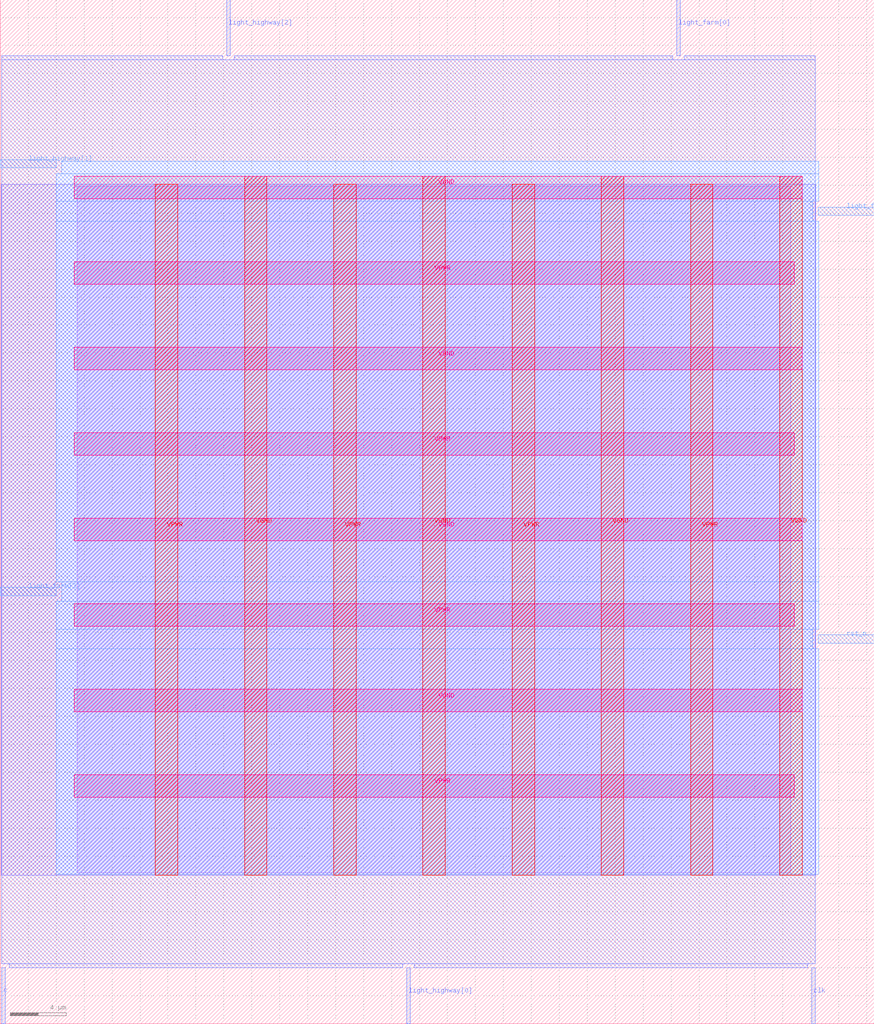
<source format=lef>
VERSION 5.7 ;
  NOWIREEXTENSIONATPIN ON ;
  DIVIDERCHAR "/" ;
  BUSBITCHARS "[]" ;
MACRO iiitb_tlc
  CLASS BLOCK ;
  FOREIGN iiitb_tlc ;
  ORIGIN 0.000 0.000 ;
  SIZE 62.540 BY 73.260 ;
  PIN C
    DIRECTION INPUT ;
    USE SIGNAL ;
    PORT
      LAYER met2 ;
        RECT 0.090 0.000 0.370 4.000 ;
    END
  END C
  PIN VGND
    DIRECTION INOUT ;
    USE GROUND ;
    PORT
      LAYER met4 ;
        RECT 17.480 10.640 19.080 60.640 ;
    END
    PORT
      LAYER met4 ;
        RECT 30.245 10.640 31.845 60.640 ;
    END
    PORT
      LAYER met4 ;
        RECT 43.010 10.640 44.610 60.640 ;
    END
    PORT
      LAYER met4 ;
        RECT 55.775 10.640 57.375 60.640 ;
    END
    PORT
      LAYER met5 ;
        RECT 5.280 22.320 57.375 23.920 ;
    END
    PORT
      LAYER met5 ;
        RECT 5.280 34.560 57.375 36.160 ;
    END
    PORT
      LAYER met5 ;
        RECT 5.280 46.800 57.375 48.400 ;
    END
    PORT
      LAYER met5 ;
        RECT 5.280 59.040 57.375 60.640 ;
    END
  END VGND
  PIN VPWR
    DIRECTION INOUT ;
    USE POWER ;
    PORT
      LAYER met4 ;
        RECT 11.100 10.640 12.700 60.080 ;
    END
    PORT
      LAYER met4 ;
        RECT 23.865 10.640 25.465 60.080 ;
    END
    PORT
      LAYER met4 ;
        RECT 36.630 10.640 38.230 60.080 ;
    END
    PORT
      LAYER met4 ;
        RECT 49.395 10.640 50.995 60.080 ;
    END
    PORT
      LAYER met5 ;
        RECT 5.280 16.200 56.820 17.800 ;
    END
    PORT
      LAYER met5 ;
        RECT 5.280 28.440 56.820 30.040 ;
    END
    PORT
      LAYER met5 ;
        RECT 5.280 40.680 56.820 42.280 ;
    END
    PORT
      LAYER met5 ;
        RECT 5.280 52.920 56.820 54.520 ;
    END
  END VPWR
  PIN clk
    DIRECTION INPUT ;
    USE SIGNAL ;
    PORT
      LAYER met2 ;
        RECT 58.050 0.000 58.330 4.000 ;
    END
  END clk
  PIN light_farm[0]
    DIRECTION OUTPUT TRISTATE ;
    USE SIGNAL ;
    PORT
      LAYER met2 ;
        RECT 48.390 69.260 48.670 73.260 ;
    END
  END light_farm[0]
  PIN light_farm[1]
    DIRECTION OUTPUT TRISTATE ;
    USE SIGNAL ;
    PORT
      LAYER met3 ;
        RECT 58.540 57.840 62.540 58.440 ;
    END
  END light_farm[1]
  PIN light_farm[2]
    DIRECTION OUTPUT TRISTATE ;
    USE SIGNAL ;
    PORT
      LAYER met3 ;
        RECT 0.000 30.640 4.000 31.240 ;
    END
  END light_farm[2]
  PIN light_highway[0]
    DIRECTION OUTPUT TRISTATE ;
    USE SIGNAL ;
    PORT
      LAYER met2 ;
        RECT 29.070 0.000 29.350 4.000 ;
    END
  END light_highway[0]
  PIN light_highway[1]
    DIRECTION OUTPUT TRISTATE ;
    USE SIGNAL ;
    PORT
      LAYER met3 ;
        RECT 0.000 61.240 4.000 61.840 ;
    END
  END light_highway[1]
  PIN light_highway[2]
    DIRECTION OUTPUT TRISTATE ;
    USE SIGNAL ;
    PORT
      LAYER met2 ;
        RECT 16.190 69.260 16.470 73.260 ;
    END
  END light_highway[2]
  PIN rst_n
    DIRECTION INPUT ;
    USE SIGNAL ;
    PORT
      LAYER met3 ;
        RECT 58.540 27.240 62.540 27.840 ;
    END
  END rst_n
  OBS
      LAYER li1 ;
        RECT 5.520 10.795 56.580 59.925 ;
      LAYER met1 ;
        RECT 0.070 10.640 58.350 60.080 ;
      LAYER met2 ;
        RECT 0.100 68.980 15.910 69.260 ;
        RECT 16.750 68.980 48.110 69.260 ;
        RECT 48.950 68.980 58.320 69.260 ;
        RECT 0.100 4.280 58.320 68.980 ;
        RECT 0.650 4.000 28.790 4.280 ;
        RECT 29.630 4.000 57.770 4.280 ;
      LAYER met3 ;
        RECT 4.400 60.840 58.570 61.705 ;
        RECT 4.000 58.840 58.570 60.840 ;
        RECT 4.000 57.440 58.140 58.840 ;
        RECT 4.000 31.640 58.570 57.440 ;
        RECT 4.400 30.240 58.570 31.640 ;
        RECT 4.000 28.240 58.570 30.240 ;
        RECT 4.000 26.840 58.140 28.240 ;
        RECT 4.000 10.715 58.570 26.840 ;
  END
END iiitb_tlc
END LIBRARY


</source>
